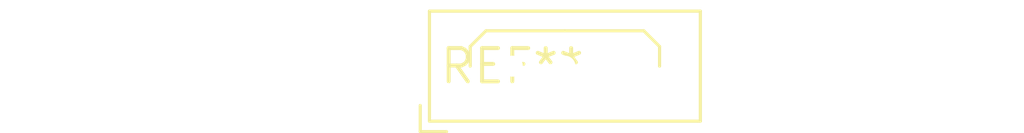
<source format=kicad_pcb>
(kicad_pcb (version 20240108) (generator pcbnew)
  (layers (0 "F.Cu" signal) (31 "B.Cu" signal) (34 "B.Paste" user) (35 "F.Paste" user) (36 "B.SilkS" user "B.Silkscreen") (37 "F.SilkS" user "F.Silkscreen") (38 "B.Mask" user) (39 "F.Mask" user) (44 "Edge.Cuts" user))
  (net 0 "")
  (footprint "Harwin_LTek-Male_03_P2.00mm_Vertical" (layer "F.Cu") (at 0 0)
    (property "Reference" "REF**")
    (property "Value" "Harwin_LTek-Male_03_P2.00mm_Vertical")
    (fp_line (start -3.5 1.5) (end -3.5 2.5) (layer "F.SilkS") (stroke (width 0.12)))
    (fp_line (start -3.5 2.5) (end -2.5 2.5) (layer "F.SilkS") (stroke (width 0.12)))
    (fp_line (start -3.15 -2.1) (end -3.15 2.1) (layer "F.SilkS") (stroke (width 0.12)))
    (fp_line (start -3.15 2.1) (end 7.15 2.1) (layer "F.SilkS") (stroke (width 0.12)))
    (fp_line (start -1.6 -0.75) (end -1 -1.35) (layer "F.SilkS") (stroke (width 0.12)))
    (fp_line (start -1.6 0) (end -1.6 -0.75) (layer "F.SilkS") (stroke (width 0.12)))
    (fp_line (start -1 -1.35) (end 2 -1.35) (layer "F.SilkS") (stroke (width 0.12)))
    (fp_line (start 5 -1.35) (end 2 -1.35) (layer "F.SilkS") (stroke (width 0.12)))
    (fp_line (start 5.6 -0.75) (end 5 -1.35) (layer "F.SilkS") (stroke (width 0.12)))
    (fp_line (start 5.6 0) (end 5.6 -0.75) (layer "F.SilkS") (stroke (width 0.12)))
    (fp_line (start 7.15 -2.1) (end -3.15 -2.1) (layer "F.SilkS") (stroke (width 0.12)))
    (fp_line (start 7.15 2.1) (end 7.15 -2.1) (layer "F.SilkS") (stroke (width 0.12)))
    (pad "1" thru_hole rect (at 0 0) (size 1.35 1.35) (drill 0.8) (layers *.Cu *.Mask) (remove_unused_layers))
    (pad "2" thru_hole circle (at 2 0) (size 1.35 1.35) (drill 0.8) (layers *.Cu *.Mask) (remove_unused_layers))
    (pad "3" thru_hole circle (at 4 0) (size 1.35 1.35) (drill 0.8) (layers *.Cu *.Mask) (remove_unused_layers))
  )
)
</source>
